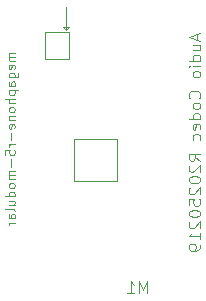
<source format=gbo>
G04 #@! TF.GenerationSoftware,KiCad,Pcbnew,9.0.1+1*
G04 #@! TF.CreationDate,2025-11-12T15:11:53+00:00*
G04 #@! TF.ProjectId,audio-codec,61756469-6f2d-4636-9f64-65632e6b6963,rev?*
G04 #@! TF.SameCoordinates,Original*
G04 #@! TF.FileFunction,Legend,Bot*
G04 #@! TF.FilePolarity,Positive*
%FSLAX46Y46*%
G04 Gerber Fmt 4.6, Leading zero omitted, Abs format (unit mm)*
G04 Created by KiCad (PCBNEW 9.0.1+1) date 2025-11-12 15:11:53*
%MOMM*%
%LPD*%
G01*
G04 APERTURE LIST*
%ADD10C,0.100000*%
%ADD11R,2.540000X2.000000*%
G04 APERTURE END LIST*
D10*
X81453570Y-62814241D02*
X85128570Y-62814241D01*
X85128570Y-66439241D01*
X81453570Y-66439241D01*
X81453570Y-62814241D01*
X80818570Y-51689241D02*
X80818570Y-53639241D01*
X81068570Y-53364241D02*
X80818570Y-53639241D01*
X80818570Y-53639241D02*
X80543570Y-53364241D01*
X80543570Y-53364241D02*
X81068570Y-53364241D01*
X79018570Y-53814241D02*
X81068570Y-53814241D01*
X81068570Y-56089241D01*
X79018570Y-56089241D01*
X79018570Y-53814241D01*
X76490465Y-55545506D02*
X75957131Y-55545506D01*
X76033322Y-55545506D02*
X75995227Y-55583601D01*
X75995227Y-55583601D02*
X75957131Y-55659791D01*
X75957131Y-55659791D02*
X75957131Y-55774077D01*
X75957131Y-55774077D02*
X75995227Y-55850268D01*
X75995227Y-55850268D02*
X76071417Y-55888363D01*
X76071417Y-55888363D02*
X76490465Y-55888363D01*
X76071417Y-55888363D02*
X75995227Y-55926458D01*
X75995227Y-55926458D02*
X75957131Y-56002649D01*
X75957131Y-56002649D02*
X75957131Y-56116934D01*
X75957131Y-56116934D02*
X75995227Y-56193125D01*
X75995227Y-56193125D02*
X76071417Y-56231220D01*
X76071417Y-56231220D02*
X76490465Y-56231220D01*
X76452370Y-56916935D02*
X76490465Y-56840744D01*
X76490465Y-56840744D02*
X76490465Y-56688363D01*
X76490465Y-56688363D02*
X76452370Y-56612173D01*
X76452370Y-56612173D02*
X76376179Y-56574077D01*
X76376179Y-56574077D02*
X76071417Y-56574077D01*
X76071417Y-56574077D02*
X75995227Y-56612173D01*
X75995227Y-56612173D02*
X75957131Y-56688363D01*
X75957131Y-56688363D02*
X75957131Y-56840744D01*
X75957131Y-56840744D02*
X75995227Y-56916935D01*
X75995227Y-56916935D02*
X76071417Y-56955030D01*
X76071417Y-56955030D02*
X76147608Y-56955030D01*
X76147608Y-56955030D02*
X76223798Y-56574077D01*
X75957131Y-57640744D02*
X76604750Y-57640744D01*
X76604750Y-57640744D02*
X76680941Y-57602649D01*
X76680941Y-57602649D02*
X76719036Y-57564553D01*
X76719036Y-57564553D02*
X76757131Y-57488363D01*
X76757131Y-57488363D02*
X76757131Y-57374077D01*
X76757131Y-57374077D02*
X76719036Y-57297887D01*
X76452370Y-57640744D02*
X76490465Y-57564553D01*
X76490465Y-57564553D02*
X76490465Y-57412172D01*
X76490465Y-57412172D02*
X76452370Y-57335982D01*
X76452370Y-57335982D02*
X76414274Y-57297887D01*
X76414274Y-57297887D02*
X76338084Y-57259791D01*
X76338084Y-57259791D02*
X76109512Y-57259791D01*
X76109512Y-57259791D02*
X76033322Y-57297887D01*
X76033322Y-57297887D02*
X75995227Y-57335982D01*
X75995227Y-57335982D02*
X75957131Y-57412172D01*
X75957131Y-57412172D02*
X75957131Y-57564553D01*
X75957131Y-57564553D02*
X75995227Y-57640744D01*
X76490465Y-58364554D02*
X76071417Y-58364554D01*
X76071417Y-58364554D02*
X75995227Y-58326459D01*
X75995227Y-58326459D02*
X75957131Y-58250268D01*
X75957131Y-58250268D02*
X75957131Y-58097887D01*
X75957131Y-58097887D02*
X75995227Y-58021697D01*
X76452370Y-58364554D02*
X76490465Y-58288363D01*
X76490465Y-58288363D02*
X76490465Y-58097887D01*
X76490465Y-58097887D02*
X76452370Y-58021697D01*
X76452370Y-58021697D02*
X76376179Y-57983601D01*
X76376179Y-57983601D02*
X76299989Y-57983601D01*
X76299989Y-57983601D02*
X76223798Y-58021697D01*
X76223798Y-58021697D02*
X76185703Y-58097887D01*
X76185703Y-58097887D02*
X76185703Y-58288363D01*
X76185703Y-58288363D02*
X76147608Y-58364554D01*
X75957131Y-58745507D02*
X76757131Y-58745507D01*
X75995227Y-58745507D02*
X75957131Y-58821697D01*
X75957131Y-58821697D02*
X75957131Y-58974078D01*
X75957131Y-58974078D02*
X75995227Y-59050269D01*
X75995227Y-59050269D02*
X76033322Y-59088364D01*
X76033322Y-59088364D02*
X76109512Y-59126459D01*
X76109512Y-59126459D02*
X76338084Y-59126459D01*
X76338084Y-59126459D02*
X76414274Y-59088364D01*
X76414274Y-59088364D02*
X76452370Y-59050269D01*
X76452370Y-59050269D02*
X76490465Y-58974078D01*
X76490465Y-58974078D02*
X76490465Y-58821697D01*
X76490465Y-58821697D02*
X76452370Y-58745507D01*
X76490465Y-59469317D02*
X75690465Y-59469317D01*
X76490465Y-59812174D02*
X76071417Y-59812174D01*
X76071417Y-59812174D02*
X75995227Y-59774079D01*
X75995227Y-59774079D02*
X75957131Y-59697888D01*
X75957131Y-59697888D02*
X75957131Y-59583602D01*
X75957131Y-59583602D02*
X75995227Y-59507412D01*
X75995227Y-59507412D02*
X76033322Y-59469317D01*
X76490465Y-60307412D02*
X76452370Y-60231222D01*
X76452370Y-60231222D02*
X76414274Y-60193127D01*
X76414274Y-60193127D02*
X76338084Y-60155031D01*
X76338084Y-60155031D02*
X76109512Y-60155031D01*
X76109512Y-60155031D02*
X76033322Y-60193127D01*
X76033322Y-60193127D02*
X75995227Y-60231222D01*
X75995227Y-60231222D02*
X75957131Y-60307412D01*
X75957131Y-60307412D02*
X75957131Y-60421698D01*
X75957131Y-60421698D02*
X75995227Y-60497889D01*
X75995227Y-60497889D02*
X76033322Y-60535984D01*
X76033322Y-60535984D02*
X76109512Y-60574079D01*
X76109512Y-60574079D02*
X76338084Y-60574079D01*
X76338084Y-60574079D02*
X76414274Y-60535984D01*
X76414274Y-60535984D02*
X76452370Y-60497889D01*
X76452370Y-60497889D02*
X76490465Y-60421698D01*
X76490465Y-60421698D02*
X76490465Y-60307412D01*
X75957131Y-60916937D02*
X76490465Y-60916937D01*
X76033322Y-60916937D02*
X75995227Y-60955032D01*
X75995227Y-60955032D02*
X75957131Y-61031222D01*
X75957131Y-61031222D02*
X75957131Y-61145508D01*
X75957131Y-61145508D02*
X75995227Y-61221699D01*
X75995227Y-61221699D02*
X76071417Y-61259794D01*
X76071417Y-61259794D02*
X76490465Y-61259794D01*
X76452370Y-61945509D02*
X76490465Y-61869318D01*
X76490465Y-61869318D02*
X76490465Y-61716937D01*
X76490465Y-61716937D02*
X76452370Y-61640747D01*
X76452370Y-61640747D02*
X76376179Y-61602651D01*
X76376179Y-61602651D02*
X76071417Y-61602651D01*
X76071417Y-61602651D02*
X75995227Y-61640747D01*
X75995227Y-61640747D02*
X75957131Y-61716937D01*
X75957131Y-61716937D02*
X75957131Y-61869318D01*
X75957131Y-61869318D02*
X75995227Y-61945509D01*
X75995227Y-61945509D02*
X76071417Y-61983604D01*
X76071417Y-61983604D02*
X76147608Y-61983604D01*
X76147608Y-61983604D02*
X76223798Y-61602651D01*
X76185703Y-62326461D02*
X76185703Y-62935985D01*
X76490465Y-63316937D02*
X75957131Y-63316937D01*
X76109512Y-63316937D02*
X76033322Y-63355032D01*
X76033322Y-63355032D02*
X75995227Y-63393127D01*
X75995227Y-63393127D02*
X75957131Y-63469318D01*
X75957131Y-63469318D02*
X75957131Y-63545508D01*
X75690465Y-64193127D02*
X75690465Y-63812175D01*
X75690465Y-63812175D02*
X76071417Y-63774079D01*
X76071417Y-63774079D02*
X76033322Y-63812175D01*
X76033322Y-63812175D02*
X75995227Y-63888365D01*
X75995227Y-63888365D02*
X75995227Y-64078841D01*
X75995227Y-64078841D02*
X76033322Y-64155032D01*
X76033322Y-64155032D02*
X76071417Y-64193127D01*
X76071417Y-64193127D02*
X76147608Y-64231222D01*
X76147608Y-64231222D02*
X76338084Y-64231222D01*
X76338084Y-64231222D02*
X76414274Y-64193127D01*
X76414274Y-64193127D02*
X76452370Y-64155032D01*
X76452370Y-64155032D02*
X76490465Y-64078841D01*
X76490465Y-64078841D02*
X76490465Y-63888365D01*
X76490465Y-63888365D02*
X76452370Y-63812175D01*
X76452370Y-63812175D02*
X76414274Y-63774079D01*
X76185703Y-64574080D02*
X76185703Y-65183604D01*
X76490465Y-65564556D02*
X75957131Y-65564556D01*
X76033322Y-65564556D02*
X75995227Y-65602651D01*
X75995227Y-65602651D02*
X75957131Y-65678841D01*
X75957131Y-65678841D02*
X75957131Y-65793127D01*
X75957131Y-65793127D02*
X75995227Y-65869318D01*
X75995227Y-65869318D02*
X76071417Y-65907413D01*
X76071417Y-65907413D02*
X76490465Y-65907413D01*
X76071417Y-65907413D02*
X75995227Y-65945508D01*
X75995227Y-65945508D02*
X75957131Y-66021699D01*
X75957131Y-66021699D02*
X75957131Y-66135984D01*
X75957131Y-66135984D02*
X75995227Y-66212175D01*
X75995227Y-66212175D02*
X76071417Y-66250270D01*
X76071417Y-66250270D02*
X76490465Y-66250270D01*
X76490465Y-66745508D02*
X76452370Y-66669318D01*
X76452370Y-66669318D02*
X76414274Y-66631223D01*
X76414274Y-66631223D02*
X76338084Y-66593127D01*
X76338084Y-66593127D02*
X76109512Y-66593127D01*
X76109512Y-66593127D02*
X76033322Y-66631223D01*
X76033322Y-66631223D02*
X75995227Y-66669318D01*
X75995227Y-66669318D02*
X75957131Y-66745508D01*
X75957131Y-66745508D02*
X75957131Y-66859794D01*
X75957131Y-66859794D02*
X75995227Y-66935985D01*
X75995227Y-66935985D02*
X76033322Y-66974080D01*
X76033322Y-66974080D02*
X76109512Y-67012175D01*
X76109512Y-67012175D02*
X76338084Y-67012175D01*
X76338084Y-67012175D02*
X76414274Y-66974080D01*
X76414274Y-66974080D02*
X76452370Y-66935985D01*
X76452370Y-66935985D02*
X76490465Y-66859794D01*
X76490465Y-66859794D02*
X76490465Y-66745508D01*
X76490465Y-67697890D02*
X75690465Y-67697890D01*
X76452370Y-67697890D02*
X76490465Y-67621699D01*
X76490465Y-67621699D02*
X76490465Y-67469318D01*
X76490465Y-67469318D02*
X76452370Y-67393128D01*
X76452370Y-67393128D02*
X76414274Y-67355033D01*
X76414274Y-67355033D02*
X76338084Y-67316937D01*
X76338084Y-67316937D02*
X76109512Y-67316937D01*
X76109512Y-67316937D02*
X76033322Y-67355033D01*
X76033322Y-67355033D02*
X75995227Y-67393128D01*
X75995227Y-67393128D02*
X75957131Y-67469318D01*
X75957131Y-67469318D02*
X75957131Y-67621699D01*
X75957131Y-67621699D02*
X75995227Y-67697890D01*
X75957131Y-68421700D02*
X76490465Y-68421700D01*
X75957131Y-68078843D02*
X76376179Y-68078843D01*
X76376179Y-68078843D02*
X76452370Y-68116938D01*
X76452370Y-68116938D02*
X76490465Y-68193128D01*
X76490465Y-68193128D02*
X76490465Y-68307414D01*
X76490465Y-68307414D02*
X76452370Y-68383605D01*
X76452370Y-68383605D02*
X76414274Y-68421700D01*
X76490465Y-68916938D02*
X76452370Y-68840748D01*
X76452370Y-68840748D02*
X76376179Y-68802653D01*
X76376179Y-68802653D02*
X75690465Y-68802653D01*
X76490465Y-69564558D02*
X76071417Y-69564558D01*
X76071417Y-69564558D02*
X75995227Y-69526463D01*
X75995227Y-69526463D02*
X75957131Y-69450272D01*
X75957131Y-69450272D02*
X75957131Y-69297891D01*
X75957131Y-69297891D02*
X75995227Y-69221701D01*
X76452370Y-69564558D02*
X76490465Y-69488367D01*
X76490465Y-69488367D02*
X76490465Y-69297891D01*
X76490465Y-69297891D02*
X76452370Y-69221701D01*
X76452370Y-69221701D02*
X76376179Y-69183605D01*
X76376179Y-69183605D02*
X76299989Y-69183605D01*
X76299989Y-69183605D02*
X76223798Y-69221701D01*
X76223798Y-69221701D02*
X76185703Y-69297891D01*
X76185703Y-69297891D02*
X76185703Y-69488367D01*
X76185703Y-69488367D02*
X76147608Y-69564558D01*
X76490465Y-69945511D02*
X75957131Y-69945511D01*
X76109512Y-69945511D02*
X76033322Y-69983606D01*
X76033322Y-69983606D02*
X75995227Y-70021701D01*
X75995227Y-70021701D02*
X75957131Y-70097892D01*
X75957131Y-70097892D02*
X75957131Y-70174082D01*
X91905274Y-53970506D02*
X91905274Y-54446696D01*
X92190989Y-53875268D02*
X91190989Y-54208601D01*
X91190989Y-54208601D02*
X92190989Y-54541934D01*
X91524322Y-55303839D02*
X92190989Y-55303839D01*
X91524322Y-54875268D02*
X92048131Y-54875268D01*
X92048131Y-54875268D02*
X92143370Y-54922887D01*
X92143370Y-54922887D02*
X92190989Y-55018125D01*
X92190989Y-55018125D02*
X92190989Y-55160982D01*
X92190989Y-55160982D02*
X92143370Y-55256220D01*
X92143370Y-55256220D02*
X92095750Y-55303839D01*
X92190989Y-56208601D02*
X91190989Y-56208601D01*
X92143370Y-56208601D02*
X92190989Y-56113363D01*
X92190989Y-56113363D02*
X92190989Y-55922887D01*
X92190989Y-55922887D02*
X92143370Y-55827649D01*
X92143370Y-55827649D02*
X92095750Y-55780030D01*
X92095750Y-55780030D02*
X92000512Y-55732411D01*
X92000512Y-55732411D02*
X91714798Y-55732411D01*
X91714798Y-55732411D02*
X91619560Y-55780030D01*
X91619560Y-55780030D02*
X91571941Y-55827649D01*
X91571941Y-55827649D02*
X91524322Y-55922887D01*
X91524322Y-55922887D02*
X91524322Y-56113363D01*
X91524322Y-56113363D02*
X91571941Y-56208601D01*
X92190989Y-56684792D02*
X91524322Y-56684792D01*
X91190989Y-56684792D02*
X91238608Y-56637173D01*
X91238608Y-56637173D02*
X91286227Y-56684792D01*
X91286227Y-56684792D02*
X91238608Y-56732411D01*
X91238608Y-56732411D02*
X91190989Y-56684792D01*
X91190989Y-56684792D02*
X91286227Y-56684792D01*
X92190989Y-57303839D02*
X92143370Y-57208601D01*
X92143370Y-57208601D02*
X92095750Y-57160982D01*
X92095750Y-57160982D02*
X92000512Y-57113363D01*
X92000512Y-57113363D02*
X91714798Y-57113363D01*
X91714798Y-57113363D02*
X91619560Y-57160982D01*
X91619560Y-57160982D02*
X91571941Y-57208601D01*
X91571941Y-57208601D02*
X91524322Y-57303839D01*
X91524322Y-57303839D02*
X91524322Y-57446696D01*
X91524322Y-57446696D02*
X91571941Y-57541934D01*
X91571941Y-57541934D02*
X91619560Y-57589553D01*
X91619560Y-57589553D02*
X91714798Y-57637172D01*
X91714798Y-57637172D02*
X92000512Y-57637172D01*
X92000512Y-57637172D02*
X92095750Y-57589553D01*
X92095750Y-57589553D02*
X92143370Y-57541934D01*
X92143370Y-57541934D02*
X92190989Y-57446696D01*
X92190989Y-57446696D02*
X92190989Y-57303839D01*
X92095750Y-59399077D02*
X92143370Y-59351458D01*
X92143370Y-59351458D02*
X92190989Y-59208601D01*
X92190989Y-59208601D02*
X92190989Y-59113363D01*
X92190989Y-59113363D02*
X92143370Y-58970506D01*
X92143370Y-58970506D02*
X92048131Y-58875268D01*
X92048131Y-58875268D02*
X91952893Y-58827649D01*
X91952893Y-58827649D02*
X91762417Y-58780030D01*
X91762417Y-58780030D02*
X91619560Y-58780030D01*
X91619560Y-58780030D02*
X91429084Y-58827649D01*
X91429084Y-58827649D02*
X91333846Y-58875268D01*
X91333846Y-58875268D02*
X91238608Y-58970506D01*
X91238608Y-58970506D02*
X91190989Y-59113363D01*
X91190989Y-59113363D02*
X91190989Y-59208601D01*
X91190989Y-59208601D02*
X91238608Y-59351458D01*
X91238608Y-59351458D02*
X91286227Y-59399077D01*
X92190989Y-59970506D02*
X92143370Y-59875268D01*
X92143370Y-59875268D02*
X92095750Y-59827649D01*
X92095750Y-59827649D02*
X92000512Y-59780030D01*
X92000512Y-59780030D02*
X91714798Y-59780030D01*
X91714798Y-59780030D02*
X91619560Y-59827649D01*
X91619560Y-59827649D02*
X91571941Y-59875268D01*
X91571941Y-59875268D02*
X91524322Y-59970506D01*
X91524322Y-59970506D02*
X91524322Y-60113363D01*
X91524322Y-60113363D02*
X91571941Y-60208601D01*
X91571941Y-60208601D02*
X91619560Y-60256220D01*
X91619560Y-60256220D02*
X91714798Y-60303839D01*
X91714798Y-60303839D02*
X92000512Y-60303839D01*
X92000512Y-60303839D02*
X92095750Y-60256220D01*
X92095750Y-60256220D02*
X92143370Y-60208601D01*
X92143370Y-60208601D02*
X92190989Y-60113363D01*
X92190989Y-60113363D02*
X92190989Y-59970506D01*
X92190989Y-61160982D02*
X91190989Y-61160982D01*
X92143370Y-61160982D02*
X92190989Y-61065744D01*
X92190989Y-61065744D02*
X92190989Y-60875268D01*
X92190989Y-60875268D02*
X92143370Y-60780030D01*
X92143370Y-60780030D02*
X92095750Y-60732411D01*
X92095750Y-60732411D02*
X92000512Y-60684792D01*
X92000512Y-60684792D02*
X91714798Y-60684792D01*
X91714798Y-60684792D02*
X91619560Y-60732411D01*
X91619560Y-60732411D02*
X91571941Y-60780030D01*
X91571941Y-60780030D02*
X91524322Y-60875268D01*
X91524322Y-60875268D02*
X91524322Y-61065744D01*
X91524322Y-61065744D02*
X91571941Y-61160982D01*
X92143370Y-62018125D02*
X92190989Y-61922887D01*
X92190989Y-61922887D02*
X92190989Y-61732411D01*
X92190989Y-61732411D02*
X92143370Y-61637173D01*
X92143370Y-61637173D02*
X92048131Y-61589554D01*
X92048131Y-61589554D02*
X91667179Y-61589554D01*
X91667179Y-61589554D02*
X91571941Y-61637173D01*
X91571941Y-61637173D02*
X91524322Y-61732411D01*
X91524322Y-61732411D02*
X91524322Y-61922887D01*
X91524322Y-61922887D02*
X91571941Y-62018125D01*
X91571941Y-62018125D02*
X91667179Y-62065744D01*
X91667179Y-62065744D02*
X91762417Y-62065744D01*
X91762417Y-62065744D02*
X91857655Y-61589554D01*
X92143370Y-62922887D02*
X92190989Y-62827649D01*
X92190989Y-62827649D02*
X92190989Y-62637173D01*
X92190989Y-62637173D02*
X92143370Y-62541935D01*
X92143370Y-62541935D02*
X92095750Y-62494316D01*
X92095750Y-62494316D02*
X92000512Y-62446697D01*
X92000512Y-62446697D02*
X91714798Y-62446697D01*
X91714798Y-62446697D02*
X91619560Y-62494316D01*
X91619560Y-62494316D02*
X91571941Y-62541935D01*
X91571941Y-62541935D02*
X91524322Y-62637173D01*
X91524322Y-62637173D02*
X91524322Y-62827649D01*
X91524322Y-62827649D02*
X91571941Y-62922887D01*
X92190989Y-64684792D02*
X91714798Y-64351459D01*
X92190989Y-64113364D02*
X91190989Y-64113364D01*
X91190989Y-64113364D02*
X91190989Y-64494316D01*
X91190989Y-64494316D02*
X91238608Y-64589554D01*
X91238608Y-64589554D02*
X91286227Y-64637173D01*
X91286227Y-64637173D02*
X91381465Y-64684792D01*
X91381465Y-64684792D02*
X91524322Y-64684792D01*
X91524322Y-64684792D02*
X91619560Y-64637173D01*
X91619560Y-64637173D02*
X91667179Y-64589554D01*
X91667179Y-64589554D02*
X91714798Y-64494316D01*
X91714798Y-64494316D02*
X91714798Y-64113364D01*
X91286227Y-65065745D02*
X91238608Y-65113364D01*
X91238608Y-65113364D02*
X91190989Y-65208602D01*
X91190989Y-65208602D02*
X91190989Y-65446697D01*
X91190989Y-65446697D02*
X91238608Y-65541935D01*
X91238608Y-65541935D02*
X91286227Y-65589554D01*
X91286227Y-65589554D02*
X91381465Y-65637173D01*
X91381465Y-65637173D02*
X91476703Y-65637173D01*
X91476703Y-65637173D02*
X91619560Y-65589554D01*
X91619560Y-65589554D02*
X92190989Y-65018126D01*
X92190989Y-65018126D02*
X92190989Y-65637173D01*
X91190989Y-66256221D02*
X91190989Y-66351459D01*
X91190989Y-66351459D02*
X91238608Y-66446697D01*
X91238608Y-66446697D02*
X91286227Y-66494316D01*
X91286227Y-66494316D02*
X91381465Y-66541935D01*
X91381465Y-66541935D02*
X91571941Y-66589554D01*
X91571941Y-66589554D02*
X91810036Y-66589554D01*
X91810036Y-66589554D02*
X92000512Y-66541935D01*
X92000512Y-66541935D02*
X92095750Y-66494316D01*
X92095750Y-66494316D02*
X92143370Y-66446697D01*
X92143370Y-66446697D02*
X92190989Y-66351459D01*
X92190989Y-66351459D02*
X92190989Y-66256221D01*
X92190989Y-66256221D02*
X92143370Y-66160983D01*
X92143370Y-66160983D02*
X92095750Y-66113364D01*
X92095750Y-66113364D02*
X92000512Y-66065745D01*
X92000512Y-66065745D02*
X91810036Y-66018126D01*
X91810036Y-66018126D02*
X91571941Y-66018126D01*
X91571941Y-66018126D02*
X91381465Y-66065745D01*
X91381465Y-66065745D02*
X91286227Y-66113364D01*
X91286227Y-66113364D02*
X91238608Y-66160983D01*
X91238608Y-66160983D02*
X91190989Y-66256221D01*
X91286227Y-66970507D02*
X91238608Y-67018126D01*
X91238608Y-67018126D02*
X91190989Y-67113364D01*
X91190989Y-67113364D02*
X91190989Y-67351459D01*
X91190989Y-67351459D02*
X91238608Y-67446697D01*
X91238608Y-67446697D02*
X91286227Y-67494316D01*
X91286227Y-67494316D02*
X91381465Y-67541935D01*
X91381465Y-67541935D02*
X91476703Y-67541935D01*
X91476703Y-67541935D02*
X91619560Y-67494316D01*
X91619560Y-67494316D02*
X92190989Y-66922888D01*
X92190989Y-66922888D02*
X92190989Y-67541935D01*
X91190989Y-68446697D02*
X91190989Y-67970507D01*
X91190989Y-67970507D02*
X91667179Y-67922888D01*
X91667179Y-67922888D02*
X91619560Y-67970507D01*
X91619560Y-67970507D02*
X91571941Y-68065745D01*
X91571941Y-68065745D02*
X91571941Y-68303840D01*
X91571941Y-68303840D02*
X91619560Y-68399078D01*
X91619560Y-68399078D02*
X91667179Y-68446697D01*
X91667179Y-68446697D02*
X91762417Y-68494316D01*
X91762417Y-68494316D02*
X92000512Y-68494316D01*
X92000512Y-68494316D02*
X92095750Y-68446697D01*
X92095750Y-68446697D02*
X92143370Y-68399078D01*
X92143370Y-68399078D02*
X92190989Y-68303840D01*
X92190989Y-68303840D02*
X92190989Y-68065745D01*
X92190989Y-68065745D02*
X92143370Y-67970507D01*
X92143370Y-67970507D02*
X92095750Y-67922888D01*
X91190989Y-69113364D02*
X91190989Y-69208602D01*
X91190989Y-69208602D02*
X91238608Y-69303840D01*
X91238608Y-69303840D02*
X91286227Y-69351459D01*
X91286227Y-69351459D02*
X91381465Y-69399078D01*
X91381465Y-69399078D02*
X91571941Y-69446697D01*
X91571941Y-69446697D02*
X91810036Y-69446697D01*
X91810036Y-69446697D02*
X92000512Y-69399078D01*
X92000512Y-69399078D02*
X92095750Y-69351459D01*
X92095750Y-69351459D02*
X92143370Y-69303840D01*
X92143370Y-69303840D02*
X92190989Y-69208602D01*
X92190989Y-69208602D02*
X92190989Y-69113364D01*
X92190989Y-69113364D02*
X92143370Y-69018126D01*
X92143370Y-69018126D02*
X92095750Y-68970507D01*
X92095750Y-68970507D02*
X92000512Y-68922888D01*
X92000512Y-68922888D02*
X91810036Y-68875269D01*
X91810036Y-68875269D02*
X91571941Y-68875269D01*
X91571941Y-68875269D02*
X91381465Y-68922888D01*
X91381465Y-68922888D02*
X91286227Y-68970507D01*
X91286227Y-68970507D02*
X91238608Y-69018126D01*
X91238608Y-69018126D02*
X91190989Y-69113364D01*
X91286227Y-69827650D02*
X91238608Y-69875269D01*
X91238608Y-69875269D02*
X91190989Y-69970507D01*
X91190989Y-69970507D02*
X91190989Y-70208602D01*
X91190989Y-70208602D02*
X91238608Y-70303840D01*
X91238608Y-70303840D02*
X91286227Y-70351459D01*
X91286227Y-70351459D02*
X91381465Y-70399078D01*
X91381465Y-70399078D02*
X91476703Y-70399078D01*
X91476703Y-70399078D02*
X91619560Y-70351459D01*
X91619560Y-70351459D02*
X92190989Y-69780031D01*
X92190989Y-69780031D02*
X92190989Y-70399078D01*
X92190989Y-71351459D02*
X92190989Y-70780031D01*
X92190989Y-71065745D02*
X91190989Y-71065745D01*
X91190989Y-71065745D02*
X91333846Y-70970507D01*
X91333846Y-70970507D02*
X91429084Y-70875269D01*
X91429084Y-70875269D02*
X91476703Y-70780031D01*
X92190989Y-71827650D02*
X92190989Y-72018126D01*
X92190989Y-72018126D02*
X92143370Y-72113364D01*
X92143370Y-72113364D02*
X92095750Y-72160983D01*
X92095750Y-72160983D02*
X91952893Y-72256221D01*
X91952893Y-72256221D02*
X91762417Y-72303840D01*
X91762417Y-72303840D02*
X91381465Y-72303840D01*
X91381465Y-72303840D02*
X91286227Y-72256221D01*
X91286227Y-72256221D02*
X91238608Y-72208602D01*
X91238608Y-72208602D02*
X91190989Y-72113364D01*
X91190989Y-72113364D02*
X91190989Y-71922888D01*
X91190989Y-71922888D02*
X91238608Y-71827650D01*
X91238608Y-71827650D02*
X91286227Y-71780031D01*
X91286227Y-71780031D02*
X91381465Y-71732412D01*
X91381465Y-71732412D02*
X91619560Y-71732412D01*
X91619560Y-71732412D02*
X91714798Y-71780031D01*
X91714798Y-71780031D02*
X91762417Y-71827650D01*
X91762417Y-71827650D02*
X91810036Y-71922888D01*
X91810036Y-71922888D02*
X91810036Y-72113364D01*
X91810036Y-72113364D02*
X91762417Y-72208602D01*
X91762417Y-72208602D02*
X91714798Y-72256221D01*
X91714798Y-72256221D02*
X91619560Y-72303840D01*
X87673093Y-75911660D02*
X87673093Y-74911660D01*
X87673093Y-74911660D02*
X87339760Y-75625945D01*
X87339760Y-75625945D02*
X87006427Y-74911660D01*
X87006427Y-74911660D02*
X87006427Y-75911660D01*
X86006427Y-75911660D02*
X86577855Y-75911660D01*
X86292141Y-75911660D02*
X86292141Y-74911660D01*
X86292141Y-74911660D02*
X86387379Y-75054517D01*
X86387379Y-75054517D02*
X86482617Y-75149755D01*
X86482617Y-75149755D02*
X86577855Y-75197374D01*
%LPC*%
D11*
X94693570Y-49864241D03*
G36*
G01*
X92368570Y-50239241D02*
X92368570Y-49489241D01*
G75*
G02*
X92618570Y-49239241I250000J0D01*
G01*
X93368570Y-49239241D01*
G75*
G02*
X93618570Y-49489241I0J-250000D01*
G01*
X93618570Y-50239241D01*
G75*
G02*
X93368570Y-50489241I-250000J0D01*
G01*
X92618570Y-50489241D01*
G75*
G02*
X92368570Y-50239241I0J250000D01*
G01*
G37*
X94693570Y-54944241D03*
G36*
G01*
X92368570Y-55319241D02*
X92368570Y-54569241D01*
G75*
G02*
X92618570Y-54319241I250000J0D01*
G01*
X93368570Y-54319241D01*
G75*
G02*
X93618570Y-54569241I0J-250000D01*
G01*
X93618570Y-55319241D01*
G75*
G02*
X93368570Y-55569241I-250000J0D01*
G01*
X92618570Y-55569241D01*
G75*
G02*
X92368570Y-55319241I0J250000D01*
G01*
G37*
X94693570Y-57484241D03*
G36*
G01*
X92368570Y-57859241D02*
X92368570Y-57109241D01*
G75*
G02*
X92618570Y-56859241I250000J0D01*
G01*
X93368570Y-56859241D01*
G75*
G02*
X93618570Y-57109241I0J-250000D01*
G01*
X93618570Y-57859241D01*
G75*
G02*
X93368570Y-58109241I-250000J0D01*
G01*
X92618570Y-58109241D01*
G75*
G02*
X92368570Y-57859241I0J250000D01*
G01*
G37*
X94693570Y-60024241D03*
G36*
G01*
X92368570Y-60399241D02*
X92368570Y-59649241D01*
G75*
G02*
X92618570Y-59399241I250000J0D01*
G01*
X93368570Y-59399241D01*
G75*
G02*
X93618570Y-59649241I0J-250000D01*
G01*
X93618570Y-60399241D01*
G75*
G02*
X93368570Y-60649241I-250000J0D01*
G01*
X92618570Y-60649241D01*
G75*
G02*
X92368570Y-60399241I0J250000D01*
G01*
G37*
X94693570Y-62564241D03*
G36*
G01*
X92368570Y-62939241D02*
X92368570Y-62189241D01*
G75*
G02*
X92618570Y-61939241I250000J0D01*
G01*
X93368570Y-61939241D01*
G75*
G02*
X93618570Y-62189241I0J-250000D01*
G01*
X93618570Y-62939241D01*
G75*
G02*
X93368570Y-63189241I-250000J0D01*
G01*
X92618570Y-63189241D01*
G75*
G02*
X92368570Y-62939241I0J250000D01*
G01*
G37*
X94693570Y-65104241D03*
G36*
G01*
X92368570Y-65479241D02*
X92368570Y-64729241D01*
G75*
G02*
X92618570Y-64479241I250000J0D01*
G01*
X93368570Y-64479241D01*
G75*
G02*
X93618570Y-64729241I0J-250000D01*
G01*
X93618570Y-65479241D01*
G75*
G02*
X93368570Y-65729241I-250000J0D01*
G01*
X92618570Y-65729241D01*
G75*
G02*
X92368570Y-65479241I0J250000D01*
G01*
G37*
X94693570Y-67644241D03*
G36*
G01*
X92368570Y-68019241D02*
X92368570Y-67269241D01*
G75*
G02*
X92618570Y-67019241I250000J0D01*
G01*
X93368570Y-67019241D01*
G75*
G02*
X93618570Y-67269241I0J-250000D01*
G01*
X93618570Y-68019241D01*
G75*
G02*
X93368570Y-68269241I-250000J0D01*
G01*
X92618570Y-68269241D01*
G75*
G02*
X92368570Y-68019241I0J250000D01*
G01*
G37*
X94693570Y-70184241D03*
G36*
G01*
X92368570Y-70559241D02*
X92368570Y-69809241D01*
G75*
G02*
X92618570Y-69559241I250000J0D01*
G01*
X93368570Y-69559241D01*
G75*
G02*
X93618570Y-69809241I0J-250000D01*
G01*
X93618570Y-70559241D01*
G75*
G02*
X93368570Y-70809241I-250000J0D01*
G01*
X92618570Y-70809241D01*
G75*
G02*
X92368570Y-70559241I0J250000D01*
G01*
G37*
X94693570Y-72724241D03*
G36*
G01*
X92368570Y-73099241D02*
X92368570Y-72349241D01*
G75*
G02*
X92618570Y-72099241I250000J0D01*
G01*
X93368570Y-72099241D01*
G75*
G02*
X93618570Y-72349241I0J-250000D01*
G01*
X93618570Y-73099241D01*
G75*
G02*
X93368570Y-73349241I-250000J0D01*
G01*
X92618570Y-73349241D01*
G75*
G02*
X92368570Y-73099241I0J250000D01*
G01*
G37*
X94693570Y-75264241D03*
G36*
G01*
X92368570Y-75639241D02*
X92368570Y-74889241D01*
G75*
G02*
X92618570Y-74639241I250000J0D01*
G01*
X93368570Y-74639241D01*
G75*
G02*
X93618570Y-74889241I0J-250000D01*
G01*
X93618570Y-75639241D01*
G75*
G02*
X93368570Y-75889241I-250000J0D01*
G01*
X92618570Y-75889241D01*
G75*
G02*
X92368570Y-75639241I0J250000D01*
G01*
G37*
G36*
G01*
X73768570Y-50239241D02*
X73768570Y-49489241D01*
G75*
G02*
X74018570Y-49239241I250000J0D01*
G01*
X74768570Y-49239241D01*
G75*
G02*
X75018570Y-49489241I0J-250000D01*
G01*
X75018570Y-50239241D01*
G75*
G02*
X74768570Y-50489241I-250000J0D01*
G01*
X74018570Y-50489241D01*
G75*
G02*
X73768570Y-50239241I0J250000D01*
G01*
G37*
X72693570Y-49864241D03*
G36*
G01*
X73768570Y-52779241D02*
X73768570Y-52029241D01*
G75*
G02*
X74018570Y-51779241I250000J0D01*
G01*
X74768570Y-51779241D01*
G75*
G02*
X75018570Y-52029241I0J-250000D01*
G01*
X75018570Y-52779241D01*
G75*
G02*
X74768570Y-53029241I-250000J0D01*
G01*
X74018570Y-53029241D01*
G75*
G02*
X73768570Y-52779241I0J250000D01*
G01*
G37*
X72693570Y-52404241D03*
G36*
G01*
X73768570Y-55319241D02*
X73768570Y-54569241D01*
G75*
G02*
X74018570Y-54319241I250000J0D01*
G01*
X74768570Y-54319241D01*
G75*
G02*
X75018570Y-54569241I0J-250000D01*
G01*
X75018570Y-55319241D01*
G75*
G02*
X74768570Y-55569241I-250000J0D01*
G01*
X74018570Y-55569241D01*
G75*
G02*
X73768570Y-55319241I0J250000D01*
G01*
G37*
X72693570Y-54944241D03*
G36*
G01*
X73768570Y-57859241D02*
X73768570Y-57109241D01*
G75*
G02*
X74018570Y-56859241I250000J0D01*
G01*
X74768570Y-56859241D01*
G75*
G02*
X75018570Y-57109241I0J-250000D01*
G01*
X75018570Y-57859241D01*
G75*
G02*
X74768570Y-58109241I-250000J0D01*
G01*
X74018570Y-58109241D01*
G75*
G02*
X73768570Y-57859241I0J250000D01*
G01*
G37*
X72693570Y-57484241D03*
G36*
G01*
X73768570Y-60399241D02*
X73768570Y-59649241D01*
G75*
G02*
X74018570Y-59399241I250000J0D01*
G01*
X74768570Y-59399241D01*
G75*
G02*
X75018570Y-59649241I0J-250000D01*
G01*
X75018570Y-60399241D01*
G75*
G02*
X74768570Y-60649241I-250000J0D01*
G01*
X74018570Y-60649241D01*
G75*
G02*
X73768570Y-60399241I0J250000D01*
G01*
G37*
X72693570Y-60024241D03*
G36*
G01*
X73768570Y-62939241D02*
X73768570Y-62189241D01*
G75*
G02*
X74018570Y-61939241I250000J0D01*
G01*
X74768570Y-61939241D01*
G75*
G02*
X75018570Y-62189241I0J-250000D01*
G01*
X75018570Y-62939241D01*
G75*
G02*
X74768570Y-63189241I-250000J0D01*
G01*
X74018570Y-63189241D01*
G75*
G02*
X73768570Y-62939241I0J250000D01*
G01*
G37*
X72693570Y-62564241D03*
G36*
G01*
X73768570Y-65479241D02*
X73768570Y-64729241D01*
G75*
G02*
X74018570Y-64479241I250000J0D01*
G01*
X74768570Y-64479241D01*
G75*
G02*
X75018570Y-64729241I0J-250000D01*
G01*
X75018570Y-65479241D01*
G75*
G02*
X74768570Y-65729241I-250000J0D01*
G01*
X74018570Y-65729241D01*
G75*
G02*
X73768570Y-65479241I0J250000D01*
G01*
G37*
X72693570Y-65104241D03*
G36*
G01*
X73768570Y-68019241D02*
X73768570Y-67269241D01*
G75*
G02*
X74018570Y-67019241I250000J0D01*
G01*
X74768570Y-67019241D01*
G75*
G02*
X75018570Y-67269241I0J-250000D01*
G01*
X75018570Y-68019241D01*
G75*
G02*
X74768570Y-68269241I-250000J0D01*
G01*
X74018570Y-68269241D01*
G75*
G02*
X73768570Y-68019241I0J250000D01*
G01*
G37*
X72693570Y-67644241D03*
G36*
G01*
X73768570Y-70559241D02*
X73768570Y-69809241D01*
G75*
G02*
X74018570Y-69559241I250000J0D01*
G01*
X74768570Y-69559241D01*
G75*
G02*
X75018570Y-69809241I0J-250000D01*
G01*
X75018570Y-70559241D01*
G75*
G02*
X74768570Y-70809241I-250000J0D01*
G01*
X74018570Y-70809241D01*
G75*
G02*
X73768570Y-70559241I0J250000D01*
G01*
G37*
X72693570Y-70184241D03*
G36*
G01*
X73768570Y-73099241D02*
X73768570Y-72349241D01*
G75*
G02*
X74018570Y-72099241I250000J0D01*
G01*
X74768570Y-72099241D01*
G75*
G02*
X75018570Y-72349241I0J-250000D01*
G01*
X75018570Y-73099241D01*
G75*
G02*
X74768570Y-73349241I-250000J0D01*
G01*
X74018570Y-73349241D01*
G75*
G02*
X73768570Y-73099241I0J250000D01*
G01*
G37*
X72693570Y-72724241D03*
G36*
G01*
X73768570Y-75639241D02*
X73768570Y-74889241D01*
G75*
G02*
X74018570Y-74639241I250000J0D01*
G01*
X74768570Y-74639241D01*
G75*
G02*
X75018570Y-74889241I0J-250000D01*
G01*
X75018570Y-75639241D01*
G75*
G02*
X74768570Y-75889241I-250000J0D01*
G01*
X74018570Y-75889241D01*
G75*
G02*
X73768570Y-75639241I0J250000D01*
G01*
G37*
X72693570Y-75264241D03*
%LPD*%
M02*

</source>
